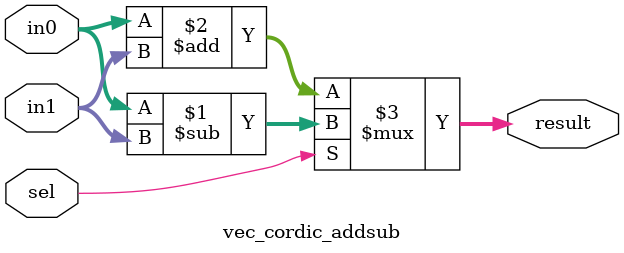
<source format=v>
module vec_cordic_addsub
#(
  parameter WIDTH = 16         // Data width
)
(
  input signed [WIDTH-1 : 0]       in0,
  input signed [WIDTH-1 : 0]       in1,
  input                            sel,
  output       [WIDTH-1 : 0]       result
);
  assign result = (sel)? (in0 - in1) : (in0+in1);

endmodule

</source>
